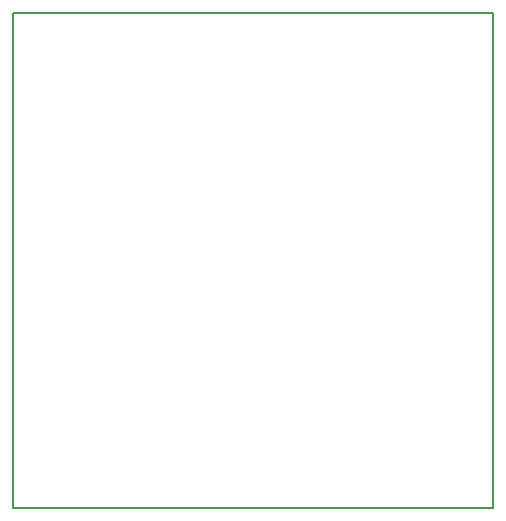
<source format=gbr>
%TF.GenerationSoftware,KiCad,Pcbnew,5.1.12*%
%TF.CreationDate,2021-12-06T16:47:01+08:00*%
%TF.ProjectId,elf2,656c6632-2e6b-4696-9361-645f70636258,rev?*%
%TF.SameCoordinates,Original*%
%TF.FileFunction,Profile,NP*%
%FSLAX46Y46*%
G04 Gerber Fmt 4.6, Leading zero omitted, Abs format (unit mm)*
G04 Created by KiCad (PCBNEW 5.1.12) date 2021-12-06 16:47:01*
%MOMM*%
%LPD*%
G01*
G04 APERTURE LIST*
%TA.AperFunction,Profile*%
%ADD10C,0.150000*%
%TD*%
G04 APERTURE END LIST*
D10*
X103124000Y-48006000D02*
X103124000Y-89916000D01*
X103124000Y-89916000D02*
X143764000Y-89916000D01*
X143764000Y-48006000D02*
X143764000Y-89916000D01*
X103124000Y-48006000D02*
X143764000Y-48006000D01*
M02*

</source>
